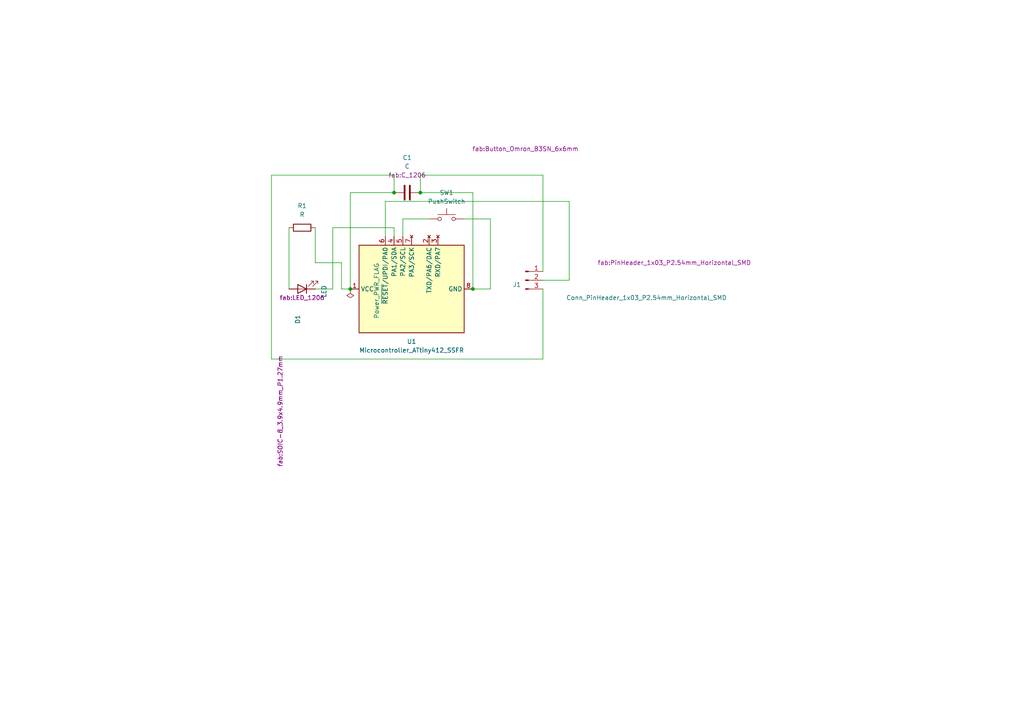
<source format=kicad_sch>
(kicad_sch (version 20211123) (generator eeschema)
  (paper "A4")
  (title_block (title "Modified ATTiny") (company "Andrew Jiang"))
  (lib_symbols
    (symbol "Device:LED" (pin_numbers hide) (pin_names (offset 1.016) hide)
      (property "Reference" "D" (at 0 2.54 0))
      (property "Value" "LED" (at 0 -2.54 0))
      (symbol "LED_0_1"
        (polyline (pts (xy -1.27 -1.27) (xy -1.27 1.27)) (stroke (width 0.254)))
        (polyline (pts (xy -1.27 0) (xy 1.27 0)))
        (polyline (pts (xy 1.27 -1.27) (xy 1.27 1.27) (xy -1.27 0) (xy 1.27 -1.27)) (stroke (width 0.254)))
        (polyline (pts (xy -3.048 -0.762) (xy -4.572 -2.286) (xy -3.81 -2.286) (xy -4.572 -2.286) (xy -4.572 -1.524)))
        (polyline (pts (xy -1.778 -0.762) (xy -3.302 -2.286) (xy -2.54 -2.286) (xy -3.302 -2.286) (xy -3.302 -1.524)))
      )
      (symbol "LED_1_1"
        (pin passive line (at -3.81 0 0) (length 2.54) (name "K") (number "1"))
        (pin passive line (at 3.81 0 180) (length 2.54) (name "A") (number "2"))
      )
    )
    (symbol "Microcontroller_ATtiny412_SSFR_1"
      (property "Reference" "U?" (at 0 -15.24 90))
      (property "Value" "Microcontroller_ATtiny412_SSFR_1" (at 0 -17.78 90))
      (symbol "Microcontroller_ATtiny412_SSFR_1_0_1"
        (rectangle (start -12.7 -15.24) (end 12.7 15.24) (stroke (width 0.254)) (fill (type background)))
      )
      (symbol "Microcontroller_ATtiny412_SSFR_1_1_1"
        (pin power_in line (at 0 17.78 270) (length 2.54) (name "VCC") (number "1"))
        (pin no_connect line (at 15.24 -5.08 180) (length 2.54) (name "TXD/PA6/DAC") (number "2"))
        (pin no_connect line (at 15.24 -7.62 180) (length 2.54) (name "RXD/PA7") (number "3"))
        (pin bidirectional line (at 15.24 5.08 180) (length 2.54) (name "PA1/SDA") (number "4"))
        (pin bidirectional line (at 15.24 2.54 180) (length 2.54) (name "PA2/SCL") (number "5"))
        (pin bidirectional line (at 15.24 7.62 180) (length 2.54) (name "~{RESET}/UPDI/PA0") (number "6"))
        (pin no_connect line (at 15.24 0 180) (length 2.54) (name "PA3/SCK") (number "7"))
        (pin power_out line (at 0 -17.78 90) (length 2.54) (name "GND") (number "8"))
      )
    )
    (symbol "Switch:SW_Push" (pin_numbers hide) (pin_names (offset 1.016) hide)
      (property "Reference" "SW" (at 1.27 2.54 0))
      (property "Value" "SW_Push" (at 0 -1.524 0))
      (symbol "SW_Push_0_1"
        (circle (center -2.032 0) (radius 0.508))
        (polyline (pts (xy 0 1.27) (xy 0 3.048)))
        (polyline (pts (xy 2.54 1.27) (xy -2.54 1.27)))
        (circle (center 2.032 0) (radius 0.508))
        (pin passive line (at -5.08 0 0) (length 2.54) (name "1") (number "1"))
        (pin passive line (at 5.08 0 180) (length 2.54) (name "2") (number "2"))
      )
    )
    (symbol "fab:C" (pin_numbers hide) (pin_names (offset 0.254))
      (property "Reference" "C" (at 0.635 2.54 0))
      (property "Value" "C" (at 0.635 -2.54 0))
      (symbol "C_0_1"
        (polyline (pts (xy -2.032 -0.762) (xy 2.032 -0.762)) (stroke (width 0.508)))
        (polyline (pts (xy -2.032 0.762) (xy 2.032 0.762)) (stroke (width 0.508)))
      )
      (symbol "C_1_1"
        (pin passive line (at 0 3.81 270) (length 2.794) (name "~") (number "1"))
        (pin passive line (at 0 -3.81 90) (length 2.794) (name "~") (number "2"))
      )
    )
    (symbol "fab:Conn_PinHeader_1x03_P2.54mm_Horizontal_SMD" (pin_names (offset 1.016) hide)
      (property "Reference" "J" (at 0 5.08 0))
      (property "Value" "Conn_PinHeader_1x03_P2.54mm_Horizontal_SMD" (at 0 -5.08 0))
      (symbol "Conn_PinHeader_1x03_P2.54mm_Horizontal_SMD_1_1"
        (polyline (pts (xy 1.27 -2.54) (xy 0.8636 -2.54)) (stroke (width 0.1524)))
        (polyline (pts (xy 1.27 0) (xy 0.8636 0)) (stroke (width 0.1524)))
        (polyline (pts (xy 1.27 2.54) (xy 0.8636 2.54)) (stroke (width 0.1524)))
        (rectangle (start 0.8636 -2.413) (end 0 -2.667) (stroke (width 0.1524)) (fill (type outline)))
        (rectangle (start 0.8636 0.127) (end 0 -0.127) (stroke (width 0.1524)) (fill (type outline)))
        (rectangle (start 0.8636 2.667) (end 0 2.413) (stroke (width 0.1524)) (fill (type outline)))
        (pin passive line (at 5.08 2.54 180) (length 3.81) (name "Pin_1") (number "1"))
        (pin passive line (at 5.08 0 180) (length 3.81) (name "Pin_2") (number "2"))
        (pin passive line (at 5.08 -2.54 180) (length 3.81) (name "Pin_3") (number "3"))
      )
    )
    (symbol "fab:Power_PWR_FLAG" (power) (pin_numbers hide) (pin_names (offset 0) hide)
      (property "Value" "Power_PWR_FLAG" (at 0 3.81 0))
      (symbol "Power_PWR_FLAG_0_0"
        (pin power_out line (at 0 0 90) (length 0) (name "pwr") (number "1"))
      )
      (symbol "Power_PWR_FLAG_0_1"
        (polyline (pts (xy 0 0) (xy 0 1.27) (xy -1.016 1.905) (xy 0 2.54) (xy 1.016 1.905) (xy 0 1.27)))
      )
    )
    (symbol "fab:R" (pin_numbers hide) (pin_names (offset 0))
      (property "Reference" "R" (at 2.032 0 90))
      (property "Value" "R" (at 0 0 90))
      (symbol "R_0_1"
        (rectangle (start -1.016 -2.54) (end 1.016 2.54) (stroke (width 0.254)))
      )
      (symbol "R_1_1"
        (pin passive line (at 0 3.81 270) (length 1.27) (name "~") (number "1"))
        (pin passive line (at 0 -3.81 90) (length 1.27) (name "~") (number "2"))
      )
    )
  )
  (junction (at 137.16 83.82))
  (junction (at 101.6 83.82))
  (junction (at 121.92 55.88))
  (junction (at 114.3 55.88))
  (wire (pts (xy 101.6 83.82) (xy 101.6 55.88)))
  (wire (pts (xy 96.52 66.04) (xy 96.52 83.82)))
  (wire (pts (xy 157.48 50.8) (xy 157.48 78.74)))
  (wire (pts (xy 142.24 63.5) (xy 142.24 83.82)))
  (wire (pts (xy 134.62 63.5) (xy 142.24 63.5)))
  (wire (pts (xy 114.3 50.8) (xy 114.3 55.88)))
  (wire (pts (xy 114.3 68.58) (xy 114.3 66.04)))
  (wire (pts (xy 101.6 55.88) (xy 114.3 55.88)))
  (wire (pts (xy 137.16 55.88) (xy 137.16 83.82)))
  (wire (pts (xy 165.1 58.42) (xy 111.76 58.42)))
  (wire (pts (xy 99.06 83.82) (xy 101.6 83.82)))
  (wire (pts (xy 96.52 83.82) (xy 91.44 83.82)))
  (wire (pts (xy 157.48 83.82) (xy 157.48 104.14)))
  (wire (pts (xy 83.82 66.04) (xy 83.82 83.82)))
  (wire (pts (xy 157.48 81.28) (xy 165.1 81.28)))
  (wire (pts (xy 78.74 104.14) (xy 78.74 50.8)))
  (wire (pts (xy 99.06 76.2) (xy 99.06 83.82)))
  (wire (pts (xy 121.92 55.88) (xy 121.92 50.8)))
  (wire (pts (xy 165.1 81.28) (xy 165.1 58.42)))
  (wire (pts (xy 114.3 66.04) (xy 96.52 66.04)))
  (wire (pts (xy 121.92 55.88) (xy 137.16 55.88)))
  (wire (pts (xy 121.92 50.8) (xy 157.48 50.8)))
  (wire (pts (xy 142.24 83.82) (xy 137.16 83.82)))
  (wire (pts (xy 116.84 68.58) (xy 116.84 63.5)))
  (wire (pts (xy 111.76 58.42) (xy 111.76 68.58)))
  (wire (pts (xy 91.44 76.2) (xy 99.06 76.2)))
  (wire (pts (xy 157.48 104.14) (xy 78.74 104.14)))
  (wire (pts (xy 78.74 50.8) (xy 114.3 50.8)))
  (wire (pts (xy 116.84 63.5) (xy 124.46 63.5)))
  (wire (pts (xy 91.44 66.04) (xy 91.44 76.2)))
  (symbol (lib_id "Device:LED") (at 87.63 83.82 180) (unit 1)
    (property "Reference" "D1" (at 86.36 93.98 90) (effects (justify right)))
    (property "Value" "LED" (at 93.98 86.36 90) (effects (justify right)))
    (property "Footprint" "fab:LED_1206" (at 87.63 86.36 0))
  )
  (symbol (lib_id "fab:Power_PWR_FLAG") (at 101.6 83.82 180) (unit 1)
    (property "Reference" "#FLG01" (effects hide))
    (property "Value" "Power_PWR_FLAG" (at 109.22 76.2 90) (effects (justify left)))
  )
  (symbol (lib_id "fab:R") (at 87.63 66.04 90) (unit 1)
    (property "Reference" "R1" (at 87.63 59.69 90))
    (property "Value" "R" (at 87.63 62.23 90))
    (property "Footprint" "fab:R_1206" (effects hide))
  )
  (symbol (lib_id "fab:Conn_PinHeader_1x03_P2.54mm_Horizontal_SMD") (at 152.4 81.28 0) (unit 1)
    (property "Reference" "J1" (at 151.13 82.5501 0) (effects (justify right)))
    (property "Value" "Conn_PinHeader_1x03_P2.54mm_Horizontal_SMD" (at 210.82 86.36 0) (effects (justify right)))
    (property "Footprint" "fab:PinHeader_1x03_P2.54mm_Horizontal_SMD" (at 195.58 76.2 0))
  )
  (symbol (lib_id "Switch:SW_Push") (at 129.54 63.5 0) (unit 1)
    (property "Reference" "SW1" (at 129.54 55.88 0))
    (property "Value" "PushSwitch" (at 129.54 58.42 0))
    (property "Footprint" "fab:Button_Omron_B3SN_6x6mm" (at 152.4 43.18 0))
  )
  (symbol (lib_id "fab:C") (at 118.11 55.88 90) (unit 1)
    (property "Reference" "C1" (at 118.11 45.72 90))
    (property "Value" "C" (at 118.11 48.26 90))
    (property "Footprint" "fab:C_1206" (at 118.11 50.8 90))
  )
  (symbol (lib_name "Microcontroller_ATtiny412_SSFR_1") (lib_id "fab:Microcontroller_ATtiny412_SSFR") (at 119.38 83.82 90) (unit 1)
    (property "Reference" "U1" (at 119.38 99.06 90))
    (property "Value" "Microcontroller_ATtiny412_SSFR" (at 119.38 101.6 90))
    (property "Footprint" "fab:SOIC-8_3.9x4.9mm_P1.27mm" (at 81.28 119.38 0) (effects (font italic)))
    (property "Datasheet" "http://ww1.microchip.com/downloads/en/DeviceDoc/40001911A.pdf" (effects hide))
  )
)
</source>
